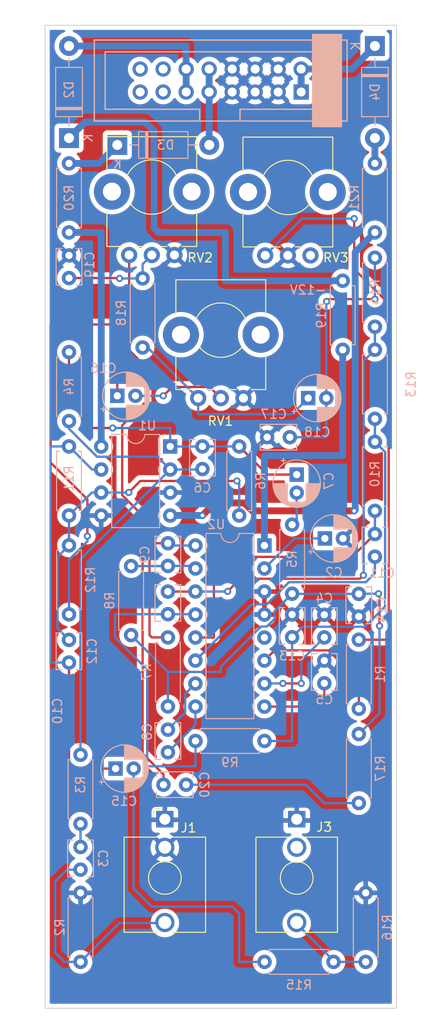
<source format=kicad_pcb>
(kicad_pcb (version 20211014) (generator pcbnew)
  (layers (0 "F.Cu" signal) (31 "B.Cu" signal) (34 "B.Paste" user) (35 "F.Paste" user) (36 "B.SilkS" user "B.Silkscreen") (37 "F.SilkS" user "F.Silkscreen") (38 "B.Mask" user) (39 "F.Mask" user) (44 "Edge.Cuts" user))
  (net 0 "")
  (net 1 "Net-(C2-Pad1)")
  (net 2 "GND")
  (net 3 "Net-(C3-Pad1)")
  (net 4 "Net-(C3-Pad2)")
  (net 5 "Net-(C4-Pad1)")
  (net 6 "Net-(C5-Pad1)")
  (net 7 "Net-(C6-Pad1)")
  (net 8 "Net-(C6-Pad2)")
  (net 9 "Net-(C7-Pad2)")
  (net 10 "Net-(C8-Pad1)")
  (net 11 "Net-(C8-Pad2)")
  (net 12 "Net-(C9-Pad1)")
  (net 13 "Net-(C9-Pad2)")
  (net 14 "Net-(C10-Pad1)")
  (net 15 "Net-(C10-Pad2)")
  (net 16 "Net-(C11-Pad1)")
  (net 17 "Net-(C11-Pad2)")
  (net 18 "Net-(C12-Pad1)")
  (net 19 "Net-(C12-Pad2)")
  (net 20 "Net-(C13-Pad1)")
  (net 21 "Net-(C14-Pad1)")
  (net 22 "Net-(C15-Pad2)")
  (net 23 "Net-(C16-Pad1)")
  (net 24 "Net-(C16-Pad2)")
  (net 25 "Net-(C17-Pad1)")
  (net 26 "Net-(C18-Pad1)")
  (net 27 "Net-(C19-Pad2)")
  (net 28 "Net-(C20-Pad1)")
  (net 29 "Net-(C20-Pad2)")
  (net 30 "/AD5")
  (net 31 "/5+")
  (net 32 "/AD12")
  (net 33 "/12+")
  (net 34 "Net-(D4-Pad1)")
  (net 35 "Net-(D4-Pad2)")
  (net 40 "Net-(R1-Pad1)")
  (net 41 "Net-(R1-Pad2)")
  (net 43 "+12V")
  (net 44 "-12V")
  (net 46 "+5V")
  (net 48 "Net-(J3-PadT)")
  (footprint "Custom_Footprints:Alpha_9mm_Potentiometer" (layer "F.Cu") (at 149.82 84.328 90)
    (fp_text reference "RV1")
    (fp_text value "R_Potentiometer")
  )
  (footprint "Custom_Footprints:Alpha_9mm_Potentiometer" (layer "F.Cu") (at 142.2 68.534 90)
    (fp_text reference "RV2")
    (fp_text value "R_Potentiometer")
  )
  (footprint "Custom_Footprints:Alpha_9mm_Potentiometer" (layer "F.Cu") (at 157.226 68.58 90)
    (fp_text reference "RV3")
    (fp_text value "R_Potentiometer")
  )
  (footprint "Connector_Audio:Jack_3.5mm_QingPu_WQP-PJ398SM_Vertical_CircularHoles" (layer "F.Cu") (at 141.14 130.81)
    (fp_text reference "J1")
    (fp_text value "IN")
  )
  (footprint "Connector_Audio:Jack_3.5mm_QingPu_WQP-PJ398SM_Vertical_CircularHoles" (layer "F.Cu") (at 155.702 130.81)
    (fp_text reference "J3")
    (fp_text value "IN")
  )
  (footprint "Resistor_THT:R_Axial_DIN0207_L6.3mm_D2.5mm_P7.62mm_Horizontal" (layer "B.Cu") (at 131.826 146.558 90)
    (fp_text reference "R2")
    (fp_text value "1M")
  )
  (footprint "Capacitor_THT:C_Disc_D3.8mm_W2.6mm_P2.50mm" (layer "B.Cu") (at 141.478 120.924 -90)
    (fp_text reference "C8")
    (fp_text value ".1uF")
  )
  (footprint "Resistor_THT:R_Axial_DIN0207_L6.3mm_D2.5mm_P7.62mm_Horizontal" (layer "B.Cu") (at 163.322 146.558 90)
    (fp_text reference "R16")
    (fp_text value "100K")
  )
  (footprint "Resistor_THT:R_Axial_DIN0207_L6.3mm_D2.5mm_P7.62mm_Horizontal" (layer "B.Cu") (at 164.338 78.994 -90)
    (fp_text reference "R13")
    (fp_text value "20K")
  )
  (footprint "Capacitor_THT:C_Disc_D3.8mm_W2.6mm_P2.50mm" (layer "B.Cu") (at 155.194 110.724 90)
    (fp_text reference "C13")
    (fp_text value ".015uF")
  )
  (footprint "Diode_THT:D_DO-41_SOD81_P10.16mm_Horizontal" (layer "B.Cu") (at 130.556 55.626 90)
    (fp_text reference "D2")
    (fp_text value "1N5819")
  )
  (footprint "Resistor_THT:R_Axial_DIN0207_L6.3mm_D2.5mm_P7.62mm_Horizontal" (layer "B.Cu") (at 130.556 66.04 90)
    (fp_text reference "R20")
    (fp_text value "10")
  )
  (footprint "Capacitor_THT:CP_Radial_D5.0mm_P2.00mm" (layer "B.Cu") (at 158.810888 99.822)
    (fp_text reference "C2")
    (fp_text value "47uF")
  )
  (footprint "Package_DIP:DIP-8_W7.62mm" (layer "B.Cu") (at 141.732 89.672 180)
    (fp_text reference "U1")
    (fp_text value "TL072")
  )
  (footprint "Capacitor_THT:C_Disc_D3.8mm_W2.6mm_P2.50mm" (layer "B.Cu") (at 162.56 105.938 -90)
    (fp_text reference "C14")
    (fp_text value "4700pF")
  )
  (footprint "Resistor_THT:R_Axial_DIN0207_L6.3mm_D2.5mm_P7.62mm_Horizontal" (layer "B.Cu") (at 138.684 71.12 -90)
    (fp_text reference "R18")
    (fp_text value "2K")
  )
  (footprint "Capacitor_THT:C_Disc_D3.8mm_W2.6mm_P2.50mm" (layer "B.Cu") (at 140.99 127)
    (fp_text reference "C20")
    (fp_text value ".022uF")
  )
  (footprint "Resistor_THT:R_Axial_DIN0207_L6.3mm_D2.5mm_P7.62mm_Horizontal" (layer "B.Cu") (at 164.338 66.04 90)
    (fp_text reference "R21")
    (fp_text value "10")
  )
  (footprint "Resistor_THT:R_Axial_DIN0207_L6.3mm_D2.5mm_P7.62mm_Horizontal" (layer "B.Cu") (at 130.556 108.204 90)
    (fp_text reference "R12")
    (fp_text value "20K")
  )
  (footprint "Capacitor_THT:C_Disc_D3.8mm_W2.6mm_P2.50mm" (layer "B.Cu") (at 141.478 105.684 -90)
    (fp_text reference "C10")
    (fp_text value "2200pF")
  )
  (footprint "Resistor_THT:R_Axial_DIN0207_L6.3mm_D2.5mm_P7.62mm_Horizontal" (layer "B.Cu") (at 160.782 71.374 -90)
    (fp_text reference "R19")
    (fp_text value "10")
  )
  (footprint "Resistor_THT:R_Axial_DIN0207_L6.3mm_D2.5mm_P7.62mm_Horizontal" (layer "B.Cu") (at 130.556 89.662 -90)
    (fp_text reference "R11")
    (fp_text value "12K")
  )
  (footprint "Resistor_THT:R_Axial_DIN0207_L6.3mm_D2.5mm_P7.62mm_Horizontal" (layer "B.Cu") (at 164.338 76.454 90)
    (fp_text reference "R14")
    (fp_text value "1K")
  )
  (footprint "Resistor_THT:R_Axial_DIN0207_L6.3mm_D2.5mm_P7.62mm_Horizontal" (layer "B.Cu") (at 162.56 129.032 90)
    (fp_text reference "R17")
    (fp_text value "5.1K")
  )
  (footprint "Resistor_THT:R_Axial_DIN0207_L6.3mm_D2.5mm_P7.62mm_Horizontal" (layer "B.Cu") (at 141.478 110.744 -90)
    (fp_text reference "R7")
    (fp_text value "10K")
  )
  (footprint "Capacitor_THT:C_Disc_D3.8mm_W2.6mm_P2.50mm" (layer "B.Cu") (at 154.94 88.646 180)
    (fp_text reference "C17")
    (fp_text value ".01uF")
  )
  (footprint "Capacitor_THT:C_Disc_D3.8mm_W2.6mm_P2.50mm" (layer "B.Cu") (at 164.338 99.334 -90)
    (fp_text reference "C11")
    (fp_text value ".1uF")
  )
  (footprint "Resistor_THT:R_Axial_DIN0207_L6.3mm_D2.5mm_P7.62mm_Horizontal" (layer "B.Cu") (at 144.526 122.174)
    (fp_text reference "R9")
    (fp_text value "10K")
  )
  (footprint "Resistor_THT:R_Axial_DIN0207_L6.3mm_D2.5mm_P7.62mm_Horizontal" (layer "B.Cu") (at 130.556 79.248 -90)
    (fp_text reference "R4")
    (fp_text value "360K")
  )
  (footprint "Package_DIP:DIP-16_W7.62mm" (layer "B.Cu") (at 152.136 100.599 180)
    (fp_text reference "U2")
    (fp_text value "PT2399")
  )
  (footprint "Resistor_THT:R_Axial_DIN0207_L6.3mm_D2.5mm_P7.62mm_Horizontal" (layer "B.Cu") (at 162.56 118.618 90)
    (fp_text reference "R1")
    (fp_text value "2K")
  )
  (footprint "Custom_Footprints:Eurorack_16_pin_header" (layer "B.Cu") (at 156.195 50.546 180)
    (fp_text reference "J2" hide)
    (fp_text value "Eurorack 16 DIP Header" hide)
  )
  (footprint "Capacitor_THT:C_Disc_D3.8mm_W2.6mm_P2.50mm" (layer "B.Cu") (at 131.826 136.378 90)
    (fp_text reference "C3")
    (fp_text value ".22uF")
  )
  (footprint "Resistor_THT:R_Axial_DIN0207_L6.3mm_D2.5mm_P7.62mm_Horizontal" (layer "B.Cu") (at 149.352 97.282 90)
    (fp_text reference "R6")
    (fp_text value "22K")
  )
  (footprint "Capacitor_THT:C_Disc_D3.8mm_W2.6mm_P2.50mm" (layer "B.Cu") (at 145.288 92.162 90)
    (fp_text reference "C6")
    (fp_text value "47pF")
  )
  (footprint "Capacitor_THT:C_Disc_D3.8mm_W2.6mm_P2.50mm" (layer "B.Cu") (at 130.556 68.58 -90)
    (fp_text reference "C19")
    (fp_text value ".047uF")
  )
  (footprint "Diode_THT:D_DO-41_SOD81_P10.16mm_Horizontal" (layer "B.Cu") (at 164.338 45.466 -90)
    (fp_text reference "D4")
    (fp_text value "1N5819")
  )
  (footprint "Resistor_THT:R_Axial_DIN0207_L6.3mm_D2.5mm_P7.62mm_Horizontal" (layer "B.Cu") (at 131.826 123.698 -90)
    (fp_text reference "R3")
    (fp_text value "180K")
  )
  (footprint "Capacitor_THT:CP_Radial_D5.0mm_P2.00mm" (layer "B.Cu") (at 156.972 84.328)
    (fp_text reference "C18")
    (fp_text value "1uF")
  )
  (footprint "Capacitor_THT:C_Disc_D3.8mm_W2.6mm_P2.50mm" (layer "B.Cu") (at 141.478 100.35 -90)
    (fp_text reference "C9")
    (fp_text value "2200pF")
  )
  (footprint "Capacitor_THT:C_Disc_D3.8mm_W2.6mm_P2.50mm" (layer "B.Cu") (at 130.556 111.018 -90)
    (fp_text reference "C12")
    (fp_text value "100pF")
  )
  (footprint "Capacitor_THT:CP_Radial_D5.0mm_P2.00mm" (layer "B.Cu") (at 135.696888 125.222)
    (fp_text reference "C15")
    (fp_text value "1uF")
  )
  (footprint "Capacitor_THT:C_Disc_D3.8mm_W2.6mm_P2.50mm" (layer "B.Cu") (at 158.75 110.744 90)
    (fp_text reference "C4")
    (fp_text value ".1uF")
  )
  (footprint "Capacitor_THT:C_Disc_D3.8mm_W2.6mm_P2.50mm" (layer "B.Cu") (at 158.75 115.804 90)
    (fp_text reference "C5")
    (fp_text value ".1uF")
  )
  (footprint "Diode_THT:D_DO-41_SOD81_P10.16mm_Horizontal" (layer "B.Cu") (at 135.89 56.388)
    (fp_text reference "D3")
    (fp_text value "1N5819")
  )
  (footprint "Resistor_THT:R_Axial_DIN0207_L6.3mm_D2.5mm_P7.62mm_Horizontal" (layer "B.Cu") (at 159.766 146.558 180)
    (fp_text reference "R15")
    (fp_text value "1K")
  )
  (footprint "Capacitor_THT:CP_Radial_D5.0mm_P2.00mm" (layer "B.Cu") (at 155.702 92.770888 -90)
    (fp_text reference "C7")
    (fp_text value "1uF")
  )
  (footprint "Resistor_THT:R_Axial_DIN0207_L6.3mm_D2.5mm_P7.62mm_Horizontal" (layer "B.Cu") (at 155.194 105.918 90)
    (fp_text reference "R5")
    (fp_text value "10K")
  )
  (footprint "Resistor_THT:R_Axial_DIN0207_L6.3mm_D2.5mm_P7.62mm_Horizontal" (layer "B.Cu") (at 164.338 96.774 90)
    (fp_text reference "R10")
    (fp_text value "10K")
  )
  (footprint "Capacitor_THT:CP_Radial_D5.0mm_P2.00mm" (layer "B.Cu") (at 135.89 84.074)
    (fp_text reference "C16")
    (fp_text value "1uF")
  )
  (footprint "Resistor_THT:R_Axial_DIN0207_L6.3mm_D2.5mm_P7.62mm_Horizontal" (layer "B.Cu") (at 137.414 102.87 -90)
    (fp_text reference "R8")
    (fp_text value "10K")
  )
  (gr_line (start 127.92 43.18) (end 127.92 151.68) (layer "Edge.Cuts") (width 0.1))
  (gr_line (start 166.72 151.68) (end 166.72 43.18) (layer "Edge.Cuts") (width 0.1))
  (gr_line (start 127.92 43.18) (end 166.72 43.18) (layer "Edge.Cuts") (width 0.1))
  (gr_line (start 127.92 151.68) (end 166.72 151.68) (layer "Edge.Cuts") (width 0.1))
  (segment (start 155.453 99.822) (end 152.136 103.139) (width 0.254) (layer "B.Cu") (net 1))
  (segment (start 158.810888 99.822) (end 155.453 99.822) (width 0.254) (layer "B.Cu") (net 1))
  (segment (start 131.826 146.558) (end 130.048 146.558) (width 0.254) (layer "B.Cu") (net 3))
  (segment (start 136.112 142.272) (end 131.826 146.558) (width 0.254) (layer "B.Cu") (net 3))
  (segment (start 129.032 137.668) (end 130.322 136.378) (width 0.254) (layer "B.Cu") (net 3))
  (segment (start 129.032 145.542) (end 129.032 137.668) (width 0.254) (layer "B.Cu") (net 3))
  (segment (start 130.322 136.378) (end 131.826 136.378) (width 0.254) (layer "B.Cu") (net 3))
  (segment (start 141.14 142.272) (end 136.112 142.272) (width 0.254) (layer "B.Cu") (net 3))
  (segment (start 130.048 146.558) (end 129.032 145.542) (width 0.254) (layer "B.Cu") (net 3))
  (segment (start 131.826 133.878) (end 131.826 131.318) (width 0.254) (layer "B.Cu") (net 4))
  (segment (start 156.21 115.824) (end 154.178 115.824) (width 0.254) (layer "F.Cu") (net 5))
  (via (at 154.178 115.824) (size 0.8) (drill 0.4) (layers "F.Cu" "B.Cu") (net 5))
  (via (at 156.21 115.824) (size 0.8) (drill 0.4) (layers "F.Cu" "B.Cu") (net 5))
  (segment (start 154.178 115.824) (end 152.151 115.824) (width 0.254) (layer "B.Cu") (net 5))
  (segment (start 158.75 110.744) (end 156.21 113.284) (width 0.254) (layer "B.Cu") (net 5))
  (segment (start 156.21 113.284) (end 156.21 115.824) (width 0.254) (layer "B.Cu") (net 5))
  (segment (start 152.151 115.824) (end 152.136 115.839) (width 0.254) (layer "B.Cu") (net 5))
  (segment (start 158.735 118.379) (end 158.75 118.364) (width 0.254) (layer "F.Cu") (net 6))
  (segment (start 158.75 118.364) (end 158.75 115.804) (width 0.254) (layer "F.Cu") (net 6))
  (segment (start 152.136 118.379) (end 158.735 118.379) (width 0.254) (layer "F.Cu") (net 6))
  (segment (start 145.238 92.212) (end 145.288 92.162) (width 0.254) (layer "B.Cu") (net 7))
  (segment (start 133.645181 90.799) (end 130.556 87.709819) (width 0.254) (layer "B.Cu") (net 7))
  (segment (start 131.826 102.118) (end 141.732 92.212) (width 0.254) (layer "B.Cu") (net 7))
  (segment (start 141.732 92.212) (end 145.238 92.212) (width 0.254) (layer "B.Cu") (net 7))
  (segment (start 131.826 123.698) (end 131.826 102.118) (width 0.254) (layer "B.Cu") (net 7))
  (segment (start 140.319 90.799) (end 133.645181 90.799) (width 0.254) (layer "B.Cu") (net 7))
  (segment (start 141.732 92.212) (end 140.319 90.799) (width 0.254) (layer "B.Cu") (net 7))
  (segment (start 130.556 87.709819) (end 130.556 86.868) (width 0.254) (layer "B.Cu") (net 7))
  (segment (start 152.460888 92.770888) (end 155.702 92.770888) (width 0.254) (layer "F.Cu") (net 8))
  (segment (start 132.842 84.074) (end 132.842 87.376) (width 0.254) (layer "F.Cu") (net 8))
  (segment (start 130.556 81.788) (end 132.842 84.074) (width 0.254) (layer "F.Cu") (net 8))
  (segment (start 130.556 79.248) (end 130.556 81.788) (width 0.254) (layer "F.Cu") (net 8))
  (segment (start 132.842 87.376) (end 133.096 87.63) (width 0.254) (layer "F.Cu") (net 8))
  (segment (start 149.352 89.662) (end 152.460888 92.770888) (width 0.254) (layer "F.Cu") (net 8))
  (segment (start 133.096 87.63) (end 135.382 87.63) (width 0.254) (layer "F.Cu") (net 8))
  (via (at 135.382 87.63) (size 0.8) (drill 0.4) (layers "F.Cu" "B.Cu") (net 8))
  (segment (start 135.382 87.63) (end 141.732 87.63) (width 0.254) (layer "B.Cu") (net 8))
  (segment (start 145.278 89.672) (end 145.288 89.662) (width 0.254) (layer "B.Cu") (net 8))
  (segment (start 141.732 87.63) (end 141.732 89.672) (width 0.254) (layer "B.Cu") (net 8))
  (segment (start 141.732 89.672) (end 145.278 89.672) (width 0.254) (layer "B.Cu") (net 8))
  (segment (start 145.288 89.662) (end 149.352 89.662) (width 0.254) (layer "B.Cu") (net 8))
  (segment (start 155.702 94.770888) (end 155.702 97.79) (width 0.254) (layer "B.Cu") (net 9))
  (segment (start 155.702 97.79) (end 155.194 98.298) (width 0.254) (layer "B.Cu") (net 9))
  (segment (start 143.389 119.013) (end 143.389 116.966) (width 0.254) (layer "B.Cu") (net 10))
  (segment (start 143.389 116.966) (end 144.516 115.839) (width 0.254) (layer "B.Cu") (net 10))
  (segment (start 141.478 120.924) (end 143.389 119.013) (width 0.254) (layer "B.Cu") (net 10))
  (segment (start 144.516 120.386) (end 144.516 118.379) (width 0.254) (layer "B.Cu") (net 11))
  (segment (start 141.478 123.424) (end 144.516 120.386) (width 0.254) (layer "B.Cu") (net 11))
  (segment (start 139.466 100.35) (end 139.446 100.33) (width 0.254) (layer "F.Cu") (net 12))
  (segment (start 139.446 100.33) (end 139.446 110.49) (width 0.254) (layer "F.Cu") (net 12))
  (segment (start 141.478 100.35) (end 139.466 100.35) (width 0.254) (layer "F.Cu") (net 12))
  (segment (start 139.7 110.744) (end 141.478 110.744) (width 0.254) (layer "F.Cu") (net 12))
  (segment (start 139.446 110.49) (end 139.7 110.744) (width 0.254) (layer "F.Cu") (net 12))
  (segment (start 144.516 100.599) (end 141.727 100.599) (width 0.254) (layer "B.Cu") (net 12))
  (segment (start 141.727 100.599) (end 141.478 100.35) (width 0.254) (layer "B.Cu") (net 12))
  (segment (start 137.414 102.87) (end 141.458 102.87) (width 0.254) (layer "B.Cu") (net 13))
  (segment (start 141.478 102.85) (end 144.227 102.85) (width 0.254) (layer "B.Cu") (net 13))
  (segment (start 141.458 102.87) (end 141.478 102.85) (width 0.254) (layer "B.Cu") (net 13))
  (segment (start 144.227 102.85) (end 144.516 103.139) (width 0.254) (layer "B.Cu") (net 13))
  (segment (start 149.48 104.266) (end 148.082 105.664) (width 0.254) (layer "F.Cu") (net 14))
  (segment (start 144.511 105.684) (end 144.516 105.679) (width 0.254) (layer "F.Cu") (net 14))
  (segment (start 141.478 105.684) (end 144.511 105.684) (width 0.254) (layer "F.Cu") (net 14))
  (segment (start 162.688 104.266) (end 149.48 104.266) (width 0.254) (layer "F.Cu") (net 14))
  (segment (start 163.068 103.886) (end 162.688 104.266) (width 0.254) (layer "F.Cu") (net 14))
  (via (at 148.082 105.664) (size 0.8) (drill 0.4) (layers "F.Cu" "B.Cu") (net 14))
  (via (at 163.068 103.886) (size 0.8) (drill 0.4) (layers "F.Cu" "B.Cu") (net 14))
  (segment (start 163.096178 103.857822) (end 163.068 103.886) (width 0.254) (layer "B.Cu") (net 14))
  (segment (start 148.082 105.664) (end 148.067 105.679) (width 0.254) (layer "B.Cu") (net 14))
  (segment (start 148.067 105.679) (end 144.516 105.679) (width 0.254) (layer "B.Cu") (net 14))
  (segment (start 164.338 76.454) (end 164.338 78.994) (width 0.254) (layer "B.Cu") (net 14))
  (segment (start 164.338 78.994) (end 163.096178 80.235822) (width 0.254) (layer "B.Cu") (net 14))
  (segment (start 163.096178 80.235822) (end 163.096178 103.857822) (width 0.254) (layer "B.Cu") (net 14))
  (segment (start 141.478 108.184) (end 144.481 108.184) (width 0.254) (layer "B.Cu") (net 15))
  (segment (start 144.526 124.968) (end 139.192 124.968) (width 0.254) (layer "B.Cu") (net 15))
  (segment (start 135.636 110.744) (end 135.636 108.204) (width 0.254) (layer "B.Cu") (net 15))
  (segment (start 139.192 114.3) (end 135.636 110.744) (width 0.254) (layer "B.Cu") (net 15))
  (segment (start 144.481 108.184) (end 144.516 108.219) (width 0.254) (layer "B.Cu") (net 15))
  (segment (start 144.526 122.174) (end 144.526 124.968) (width 0.254) (layer "B.Cu") (net 15))
  (segment (start 135.636 108.204) (end 135.656 108.184) (width 0.254) (layer "B.Cu") (net 15))
  (segment (start 139.192 124.968) (end 139.192 114.3) (width 0.254) (layer "B.Cu") (net 15))
  (segment (start 135.656 108.184) (end 141.478 108.184) (width 0.254) (layer "B.Cu") (net 15))
  (segment (start 146.543 110.759) (end 144.516 110.759) (width 0.254) (layer "F.Cu") (net 16))
  (segment (start 146.812 101.854) (end 146.558 102.108) (width 0.254) (layer "F.Cu") (net 16))
  (segment (start 146.558 102.108) (end 146.558 110.744) (width 0.254) (layer "F.Cu") (net 16))
  (segment (start 161.818 101.854) (end 146.812 101.854) (width 0.254) (layer "F.Cu") (net 16))
  (segment (start 146.558 110.744) (end 146.543 110.759) (width 0.254) (layer "F.Cu") (net 16))
  (segment (start 164.338 99.334) (end 161.818 101.854) (width 0.254) (layer "F.Cu") (net 16))
  (segment (start 164.338 99.334) (end 164.338 96.774) (width 0.254) (layer "B.Cu") (net 16))
  (segment (start 154.844 104.648) (end 152.4 107.092) (width 0.254) (layer "B.Cu") (net 17))
  (segment (start 150.723 107.092) (end 144.516 113.299) (width 0.254) (layer "B.Cu") (net 17))
  (segment (start 164.338 101.834) (end 164.338 103.644134) (width 0.254) (layer "B.Cu") (net 17))
  (segment (start 163.334134 104.648) (end 154.844 104.648) (width 0.254) (layer "B.Cu") (net 17))
  (segment (start 164.338 103.644134) (end 163.334134 104.648) (width 0.254) (layer "B.Cu") (net 17))
  (segment (start 152.4 107.092) (end 150.723 107.092) (width 0.254) (layer "B.Cu") (net 17))
  (segment (start 137.16 94.742) (end 138.43 93.472) (width 0.254) (layer "F.Cu") (net 18))
  (segment (start 138.43 93.472) (end 149.098 93.472) (width 0.254) (layer "F.Cu") (net 18))
  (via (at 137.16 94.742) (size 0.8) (drill 0.4) (layers "F.Cu" "B.Cu") (net 18))
  (via (at 149.098 93.472) (size 0.8) (drill 0.4) (layers "F.Cu" "B.Cu") (net 18))
  (segment (start 134.112 94.752) (end 137.15 94.752) (width 0.254) (layer "B.Cu") (net 18))
  (segment (start 149.352 93.726) (end 149.352 97.282) (width 0.254) (layer "B.Cu") (net 18))
  (segment (start 130.556 97.282) (end 130.556 100.584) (width 0.254) (layer "B.Cu") (net 18))
  (segment (start 133.086 94.752) (end 134.112 94.752) (width 0.254) (layer "B.Cu") (net 18))
  (segment (start 130.556 111.018) (end 129.286 109.748) (width 0.254) (layer "B.Cu") (net 18))
  (segment (start 137.15 94.752) (end 137.16 94.742) (width 0.254) (layer "B.Cu") (net 18))
  (segment (start 130.556 97.282) (end 133.086 94.752) (width 0.254) (layer "B.Cu") (net 18))
  (segment (start 129.286 101.854) (end 130.556 100.584) (width 0.254) (layer "B.Cu") (net 18))
  (segment (start 129.286 109.748) (end 129.286 101.854) (width 0.254) (layer "B.Cu") (net 18))
  (segment (start 149.098 93.472) (end 149.352 93.726) (width 0.254) (layer "B.Cu") (net 18))
  (segment (start 130.556 125.222) (end 130.556 113.518) (width 0.254) (layer "F.Cu") (net 19))
  (segment (start 135.696888 125.222) (end 130.556 125.222) (width 0.254) (layer "F.Cu") (net 19))
  (segment (start 130.556 89.662) (end 133.106 92.212) (width 0.254) (layer "B.Cu") (net 19))
  (segment (start 133.106 92.212) (end 134.112 92.212) (width 0.254) (layer "B.Cu") (net 19))
  (segment (start 128.524 89.662) (end 130.556 89.662) (width 0.254) (layer "B.Cu") (net 19))
  (segment (start 128.524 113.538) (end 128.524 89.662) (width 0.254) (layer "B.Cu") (net 19))
  (segment (start 128.544 113.518) (end 128.524 113.538) (width 0.254) (layer "B.Cu") (net 19))
  (segment (start 130.556 113.518) (end 128.544 113.518) (width 0.254) (layer "B.Cu") (net 19))
  (segment (start 155.194 110.724) (end 155.194 122.174) (width 0.254) (layer "B.Cu") (net 20))
  (segment (start 163.231 109.565) (end 156.353 109.565) (width 0.254) (layer "B.Cu") (net 20))
  (segment (start 164.338 89.154) (end 165.465 90.281) (width 0.254) (layer "B.Cu") (net 20))
  (segment (start 156.353 109.565) (end 155.194 110.724) (width 0.254) (layer "B.Cu") (net 20))
  (segment (start 164.338 86.614) (end 164.338 89.154) (width 0.254) (layer "B.Cu") (net 20))
  (segment (start 155.194 122.174) (end 152.146 122.174) (width 0.254) (layer "B.Cu") (net 20))
  (segment (start 165.465 107.331) (end 163.231 109.565) (width 0.254) (layer "B.Cu") (net 20))
  (segment (start 165.465 90.281) (end 165.465 107.331) (width 0.254) (layer "B.Cu") (net 20))
  (segment (start 164.846 109.474) (end 164.846 106.0255) (width 0.254) (layer "F.Cu") (net 21))
  (segment (start 164.846 106.0255) (end 164.7385 105.918) (width 0.254) (layer "F.Cu") (net 21))
  (via (at 164.846 109.474) (size 0.8) (drill 0.4) (layers "F.Cu" "B.Cu") (net 21))
  (via (at 164.7385 105.918) (size 0.8) (drill 0.4) (layers "F.Cu" "B.Cu") (net 21))
  (segment (start 152.405293 109.543526) (end 151.757655 109.543526) (width 0.254) (layer "B.Cu") (net 21))
  (segment (start 155.214 105.938) (end 155.194 105.918) (width 0.254) (layer "B.Cu") (net 21))
  (segment (start 141.478 114.554) (end 137.414 110.49) (width 0.254) (layer "B.Cu") (net 21))
  (segment (start 147.32 113.981181) (end 147.32 114.554) (width 0.254) (layer "B.Cu") (net 21))
  (segment (start 162.56 105.938) (end 155.214 105.938) (width 0.254) (layer "B.Cu") (net 21))
  (segment (start 151.757655 109.543526) (end 147.32 113.981181) (width 0.254) (layer "B.Cu") (net 21))
  (segment (start 162.58 105.918) (end 162.56 105.938) (width 0.254) (layer "B.Cu") (net 21))
  (segment (start 162.56 121.412) (end 164.846 119.126) (width 0.254) (layer "B.Cu") (net 21))
  (segment (start 164.846 119.126) (end 164.846 109.474) (width 0.254) (layer "B.Cu") (net 21))
  (segment (start 153.263 107.849) (end 153.263 108.685819) (width 0.254) (layer "B.Cu") (net 21))
  (segment (start 155.194 105.918) (end 153.263 107.849) (width 0.254) (layer "B.Cu") (net 21))
  (segment (start 164.7385 105.918) (end 162.58 105.918) (width 0.254) (layer "B.Cu") (net 21))
  (segment (start 141.478 118.364) (end 141.478 114.554) (width 0.254) (layer "B.Cu") (net 21))
  (segment (start 153.263 108.685819) (end 152.405293 109.543526) (width 0.254) (layer "B.Cu") (net 21))
  (segment (start 147.32 114.554) (end 141.478 114.554) (width 0.254) (layer "B.Cu") (net 21))
  (segment (start 137.696888 138.458888) (end 139.7 140.462) (width 0.254) (layer "B.Cu") (net 22))
  (segment (start 149.352 146.558) (end 152.146 146.558) (width 0.254) (layer "B.Cu") (net 22))
  (segment (start 149.352 141.224) (end 149.352 146.558) (width 0.254) (layer "B.Cu") (net 22))
  (segment (start 139.7 140.462) (end 148.59 140.462) (width 0.254) (layer "B.Cu") (net 22))
  (segment (start 148.59 140.462) (end 149.352 141.224) (width 0.254) (layer "B.Cu") (net 22))
  (segment (start 137.696888 125.222) (end 137.696888 138.458888) (width 0.254) (layer "B.Cu") (net 22))
  (segment (start 135.89 76.454) (end 135.89 84.074) (width 0.254) (layer "F.Cu") (net 23))
  (segment (start 128.524 76.2) (end 135.636 76.2) (width 0.254) (layer "F.Cu") (net 23))
  (segment (start 128.524 91.44) (end 128.524 76.2) (width 0.254) (layer "F.Cu") (net 23))
  (segment (start 132.588 95.504) (end 128.524 91.44) (width 0.254) (layer "F.Cu") (net 23))
  (segment (start 132.588 99.568) (end 132.588 95.504) (width 0.254) (layer "F.Cu") (net 23))
  (segment (start 135.636 76.2) (end 135.89 76.454) (width 0.254) (layer "F.Cu") (net 23))
  (via (at 132.588 99.568) (size 0.8) (drill 0.4) (layers "F.Cu" "B.Cu") (net 23))
  (segment (start 130.556 102.177819) (end 132.588 100.145819) (width 0.254) (layer "B.Cu") (net 23))
  (segment (start 130.556 108.204) (end 130.556 102.177819) (width 0.254) (layer "B.Cu") (net 23))
  (segment (start 132.588 100.145819) (end 132.588 99.568) (width 0.254) (layer "B.Cu") (net 23))
  (segment (start 141.943 83.101) (end 140.97 84.074) (width 0.254) (layer "F.Cu") (net 24))
  (segment (start 146.093 83.101) (end 141.943 83.101) (width 0.254) (layer "F.Cu") (net 24))
  (segment (start 147.32 84.328) (end 146.093 83.101) (width 0.254) (layer "F.Cu") (net 24))
  (via (at 140.97 84.074) (size 0.8) (drill 0.4) (layers "F.Cu" "B.Cu") (net 24))
  (segment (start 140.97 84.074) (end 137.89 84.074) (width 0.254) (layer "B.Cu") (net 24))
  (segment (start 164.338 73.406) (end 159.258 73.406) (width 0.254) (layer "F.Cu") (net 25))
  (segment (start 159.258 73.406) (end 159.004 73.66) (width 0.254) (layer "F.Cu") (net 25))
  (via (at 164.338 73.406) (size 0.8) (drill 0.4) (layers "F.Cu" "B.Cu") (net 25))
  (via (at 159.004 73.66) (size 0.8) (drill 0.4) (layers "F.Cu" "B.Cu") (net 25))
  (segment (start 164.338 68.834) (end 164.338 73.406) (width 0.254) (layer "B.Cu") (net 25))
  (segment (start 159.004 73.66) (end 158.972 73.692) (width 0.254) (layer "B.Cu") (net 25))
  (segment (start 154.94 88.646) (end 159.004 88.646) (width 0.254) (layer "B.Cu") (net 25))
  (segment (start 158.972 88.614) (end 158.972 84.328) (width 0.254) (layer "B.Cu") (net 25))
  (segment (start 158.972 73.692) (end 158.972 84.328) (width 0.254) (layer "B.Cu") (net 25))
  (segment (start 159.004 88.646) (end 158.972 88.614) (width 0.254) (layer "B.Cu") (net 25))
  (segment (start 144.82 86.066) (end 144.82 84.328) (width 0.254) (layer "B.Cu") (net 26))
  (segment (start 144.82 84.328) (end 139.232 78.74) (width 0.254) (layer "B.Cu") (net 26))
  (segment (start 139.232 78.74) (end 138.684 78.74) (width 0.254) (layer "B.Cu") (net 26))
  (segment (start 155.194 86.106) (end 144.78 86.106) (width 0.254) (layer "B.Cu") (net 26))
  (segment (start 156.972 84.328) (end 155.194 86.106) (width 0.254) (layer "B.Cu") (net 26))
  (segment (start 144.78 86.106) (end 144.82 86.066) (width 0.254) (layer "B.Cu") (net 26))
  (segment (start 136.104 71.08) (end 130.556 71.08) (width 0.254) (layer "F.Cu") (net 27))
  (segment (start 136.144 71.12) (end 136.104 71.08) (width 0.254) (layer "F.Cu") (net 27))
  (via (at 136.144 71.12) (size 0.8) (drill 0.4) (layers "F.Cu" "B.Cu") (net 27))
  (segment (start 138.684 71.12) (end 136.144 71.12) (width 0.254) (layer "B.Cu") (net 27))
  (segment (start 138.684 71.12) (end 138.684 69.55) (width 0.254) (layer "B.Cu") (net 27))
  (segment (start 138.684 69.55) (end 139.7 68.534) (width 0.254) (layer "B.Cu") (net 27))
  (segment (start 139.017 84.757) (end 139.017 80.851) (width 0.254) (layer "F.Cu") (net 28))
  (segment (start 136.433 95.043134) (end 136.433 87.341) (width 0.254) (layer "F.Cu") (net 28))
  (segment (start 138.684 123.56263) (end 138.684 97.294134) (width 0.254) (layer "F.Cu") (net 28))
  (segment (start 137.2 79.034) (end 137.2 68.534) (width 0.254) (layer "F.Cu") (net 28))
  (segment (start 140.99 125.86863) (end 138.684 123.56263) (width 0.254) (layer "F.Cu") (net 28))
  (segment (start 140.99 127) (end 140.99 125.86863) (width 0.254) (layer "F.Cu") (net 28))
  (segment (start 136.433 87.341) (end 139.017 84.757) (width 0.254) (layer "F.Cu") (net 28))
  (segment (start 138.684 97.294134) (end 136.433 95.043134) (width 0.254) (layer "F.Cu") (net 28))
  (segment (start 139.017 80.851) (end 137.2 79.034) (width 0.254) (layer "F.Cu") (net 28))
  (segment (start 156.718 127) (end 143.49 127) (width 0.254) (layer "B.Cu") (net 29))
  (segment (start 162.56 129.032) (end 158.75 129.032) (width 0.254) (layer "B.Cu") (net 29))
  (segment (start 158.75 129.032) (end 156.718 127) (width 0.254) (layer "B.Cu") (net 29))
  (segment (start 139.954 54.864) (end 139.954 65.532) (width 0.762) (layer "B.Cu") (net 30))
  (segment (start 139.954 65.532) (end 140.462 66.04) (width 0.762) (layer "B.Cu") (net 30))
  (segment (start 138.938 53.848) (end 139.954 54.864) (width 0.762) (layer "B.Cu") (net 30))
  (segment (start 147.828 71.374) (end 160.782 71.374) (width 0.762) (layer "B.Cu") (net 30))
  (segment (start 147.828 66.04) (end 147.828 71.374) (width 0.762) (layer "B.Cu") (net 30))
  (segment (start 132.334 53.848) (end 138.938 53.848) (width 0.762) (layer "B.Cu") (net 30))
  (segment (start 130.556 55.626) (end 132.334 53.848) (width 0.762) (layer "B.Cu") (net 30))
  (segment (start 140.462 66.04) (end 147.828 66.04) (width 0.762) (layer "B.Cu") (net 30))
  (segment (start 143.495 50.546) (end 143.495 48.006) (width 0.762) (layer "B.Cu") (net 31))
  (segment (start 143.51 45.466) (end 130.556 45.466) (width 0.762) (layer "B.Cu") (net 31))
  (segment (start 143.495 48.006) (end 143.495 45.481) (width 0.762) (layer "B.Cu") (net 31))
  (segment (start 143.495 45.481) (end 143.51 45.466) (width 0.762) (layer "B.Cu") (net 31))
  (segment (start 133.858 58.42) (end 130.556 58.42) (width 0.762) (layer "B.Cu") (net 32))
  (segment (start 135.89 56.388) (end 133.858 58.42) (width 0.762) (layer "B.Cu") (net 32))
  (segment (start 146.035 50.546) (end 146.035 48.006) (width 0.762) (layer "B.Cu") (net 33))
  (segment (start 146.035 50.546) (end 146.035 56.373) (width 0.762) (layer "B.Cu") (net 33))
  (segment (start 146.035 56.373) (end 146.05 56.388) (width 0.762) (layer "B.Cu") (net 33))
  (segment (start 161.798 48.006) (end 164.338 45.466) (width 0.762) (layer "B.Cu") (net 34))
  (segment (start 156.195 48.006) (end 161.798 48.006) (width 0.762) (layer "B.Cu") (net 34))
  (segment (start 156.195 48.006) (end 156.195 50.546) (width 0.762) (layer "B.Cu") (net 34))
  (segment (start 164.338 55.626) (end 164.338 58.42) (width 0.762) (layer "B.Cu") (net 35))
  (segment (start 162.56 118.618) (end 162.56 115.520181) (width 0.254) (layer "F.Cu") (net 40))
  (segment (start 159.216819 112.177) (end 153.258 112.177) (width 0.254) (layer "F.Cu") (net 40))
  (segment (start 162.56 115.520181) (end 159.216819 112.177) (width 0.254) (layer "F.Cu") (net 40))
  (segment (start 153.258 112.177) (end 152.136 113.299) (width 0.254) (layer "F.Cu") (net 40))
  (segment (start 162.052 64.516) (end 162.052 70.091866) (width 0.254) (layer "F.Cu") (net 41))
  (segment (start 162.052 70.091866) (end 165.862 73.901866) (width 0.254) (layer "F.Cu") (net 41))
  (segment (start 165.862 110.998) (end 162.56 110.998) (width 0.254) (layer "F.Cu") (net 41))
  (segment (start 165.862 73.901866) (end 165.862 110.998) (width 0.254) (layer "F.Cu") (net 41))
  (via (at 162.052 64.516) (size 0.8) (drill 0.4) (layers "F.Cu" "B.Cu") (net 41))
  (segment (start 156.29 64.516) (end 162.052 64.516) (width 0.254) (layer "B.Cu") (net 41))
  (segment (start 152.226 68.58) (end 156.29 64.516) (width 0.254) (layer "B.Cu") (net 41))
  (segment (start 134.112 66.04) (end 130.556 66.04) (width 0.762) (layer "B.Cu") (net 43))
  (segment (start 134.112 89.672) (end 134.112 66.04) (width 0.762) (layer "B.Cu") (net 43))
  (segment (start 149.924029 95.901) (end 146.669 95.901) (width 0.762) (layer "F.Cu") (net 44))
  (segment (start 162.052 96.774) (end 150.797029 96.774) (width 0.762) (layer "F.Cu") (net 44))
  (segment (start 150.797029 96.774) (end 149.924029 95.901) (width 0.762) (layer "F.Cu") (net 44))
  (segment (start 146.669 95.901) (end 145.288 97.282) (width 0.762) (layer "F.Cu") (net 44))
  (via (at 145.288 97.282) (size 0.8) (drill 0.4) (layers "F.Cu" "B.Cu") (net 44))
  (via (at 162.052 96.774) (size 0.8) (drill 0.4) (layers "F.Cu" "B.Cu") (net 44))
  (segment (start 141.742 97.282) (end 141.732 97.292) (width 0.762) (layer "B.Cu") (net 44))
  (segment (start 164.338 66.04) (end 162.163 68.215) (width 0.762) (layer "B.Cu") (net 44))
  (segment (start 162.163 68.215) (end 162.163 96.663) (width 0.762) (layer "B.Cu") (net 44))
  (segment (start 145.288 97.282) (end 141.742 97.282) (width 0.762) (layer "B.Cu") (net 44))
  (segment (start 162.163 96.663) (end 162.052 96.774) (width 0.762) (layer "B.Cu") (net 44))
  (segment (start 152.136 100.599) (end 152.136 90.688) (width 0.762) (layer "B.Cu") (net 46))
  (segment (start 152.136 90.688) (end 152.146 90.678) (width 0.762) (layer "B.Cu") (net 46))
  (segment (start 160.782 90.678) (end 160.782 78.994) (width 0.762) (layer "B.Cu") (net 46))
  (segment (start 152.146 90.678) (end 160.782 90.678) (width 0.762) (layer "B.Cu") (net 46))
  (segment (start 159.766 146.42) (end 159.766 146.558) (width 0.254) (layer "B.Cu") (net 48))
  (segment (start 159.766 146.558) (end 163.322 146.558) (width 0.254) (layer "B.Cu") (net 48))
  (segment (start 155.702 142.356) (end 159.766 146.42) (width 0.254) (layer "B.Cu") (net 48))
  (zone (net 2) (net_name "GND") (layer "F.Cu") (connect_pads (clearance 0.508)) (min_thickness 0.254) (fill yes (thermal_gap 0.508) (thermal_bridge_width 0.508))
    (polygon (pts (xy 168.656 153.162) (xy 127.254 153.162) (xy 125.984 41.656) (xy 168.402 41.656)))
  )
  (zone (net 2) (net_name "GND") (layer "B.Cu") (connect_pads (clearance 0.508)) (min_thickness 0.254) (fill yes (thermal_gap 0.508) (thermal_bridge_width 0.508))
    (polygon (pts (xy 167.894 153.416) (xy 125.222 153.416) (xy 122.936 40.894) (xy 169.164 40.386)))
  )
)
</source>
